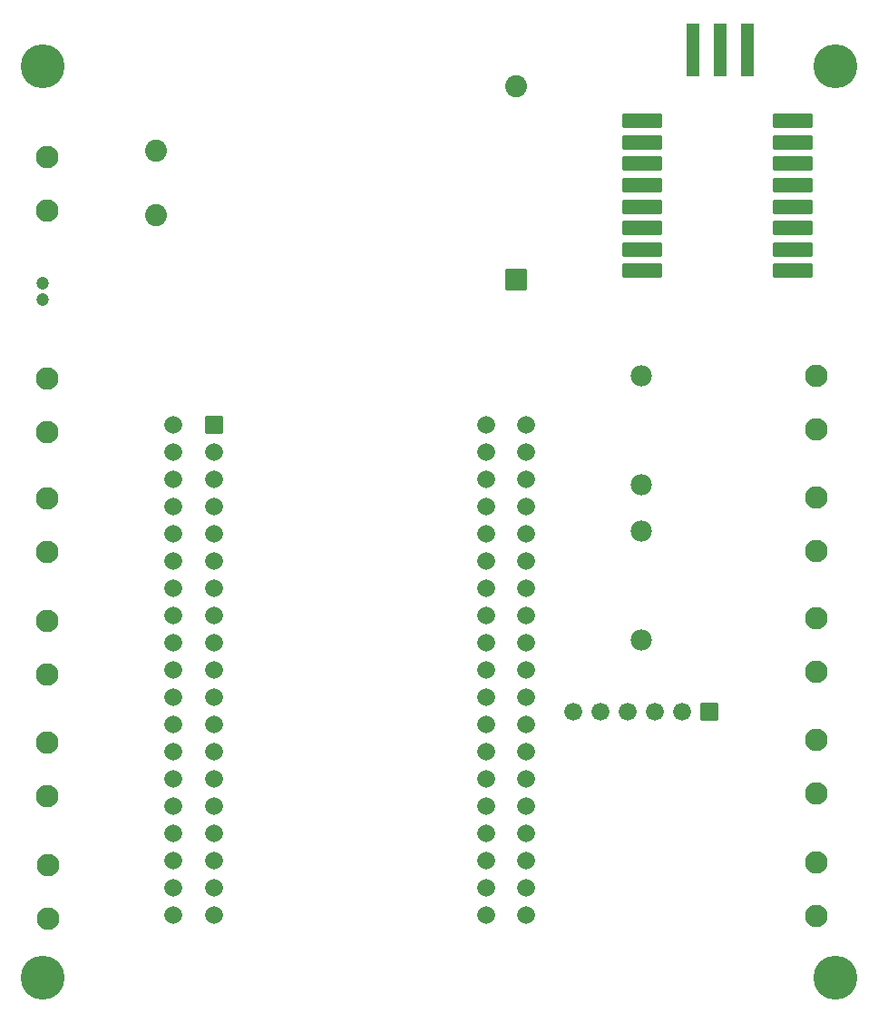
<source format=gts>
G04 Layer: TopSolderMaskLayer*
G04 EasyEDA v6.5.42, 2024-04-02 15:40:29*
G04 8b502a5043014c5c8b579c1251e0877e,acb5ada5342d49438264df6f97d5643c,10*
G04 Gerber Generator version 0.2*
G04 Scale: 100 percent, Rotated: No, Reflected: No *
G04 Dimensions in millimeters *
G04 leading zeros omitted , absolute positions ,4 integer and 5 decimal *
%FSLAX45Y45*%
%MOMM*%

%AMMACRO1*1,1,$1,$2,$3*1,1,$1,$4,$5*1,1,$1,0-$2,0-$3*1,1,$1,0-$4,0-$5*20,1,$1,$2,$3,$4,$5,0*20,1,$1,$4,$5,0-$2,0-$3,0*20,1,$1,0-$2,0-$3,0-$4,0-$5,0*20,1,$1,0-$4,0-$5,$2,$3,0*4,1,4,$2,$3,$4,$5,0-$2,0-$3,0-$4,0-$5,$2,$3,0*%
%ADD10C,2.1016*%
%ADD11C,1.9812*%
%ADD12C,1.6764*%
%ADD13MACRO1,0.1016X0.7874X-0.7874X-0.7874X-0.7874*%
%ADD14MACRO1,0.2032X1.75X0.6X1.75X-0.6*%
%ADD15C,2.0500*%
%ADD16MACRO1,0.3X-0.875X0.875X0.875X0.875*%
%ADD17C,1.6617*%
%ADD18MACRO1,0.1016X-0.78X0.78X0.78X0.78*%
%ADD19C,1.2032*%
%ADD20R,1.3016X4.9016*%
%ADD21C,4.1016*%
%ADD22C,1.6616*%

%LPD*%
D10*
G01*
X1536700Y694944D03*
G01*
X1536700Y194055D03*
D11*
G01*
X7085507Y3097301D03*
G01*
X7085507Y4113301D03*
G01*
X7085507Y1649501D03*
G01*
X7085507Y2665501D03*
D10*
G01*
X8723807Y1348257D03*
G01*
X8723807Y1849145D03*
G01*
X8723807Y217957D03*
G01*
X8723807Y718845D03*
G01*
X8723807Y-925042D03*
G01*
X8723807Y-424154D03*
G01*
X8723807Y3608857D03*
G01*
X8723807Y4109745D03*
D12*
G01*
X6450507Y976401D03*
G01*
X6704507Y976401D03*
G01*
X6958507Y976401D03*
G01*
X7212507Y976401D03*
G01*
X7466507Y976401D03*
D13*
G01*
X7720507Y976414D03*
D14*
G01*
X7097800Y6491198D03*
G01*
X7097800Y6291198D03*
G01*
X7097800Y6091199D03*
G01*
X7097800Y5891199D03*
G01*
X7097800Y5691200D03*
G01*
X7097800Y5491200D03*
G01*
X7097800Y5291201D03*
G01*
X7097800Y5091201D03*
G01*
X8497797Y5091201D03*
G01*
X8497797Y5291201D03*
G01*
X8497797Y5491200D03*
G01*
X8497797Y5691200D03*
G01*
X8497797Y5891199D03*
G01*
X8497797Y6091199D03*
G01*
X8497797Y6291198D03*
G01*
X8497797Y6491198D03*
D15*
G01*
X2556789Y5612511D03*
G01*
X2556789Y6212509D03*
G01*
X5916802Y6812508D03*
D16*
G01*
X5916803Y5012486D03*
D10*
G01*
X1536700Y6155944D03*
G01*
X1536700Y5655055D03*
D17*
G01*
X5638114Y-915898D03*
G01*
X5638114Y-661898D03*
G01*
X5638114Y-407898D03*
G01*
X5638114Y-153898D03*
G01*
X5638114Y100101D03*
G01*
X5638114Y354101D03*
G01*
X5638114Y608101D03*
G01*
X5638114Y862101D03*
G01*
X5638114Y1116101D03*
G01*
X5638114Y1370101D03*
G01*
X5638114Y1624101D03*
G01*
X5638114Y1878101D03*
G01*
X5638114Y2132101D03*
G01*
X5638114Y2386101D03*
G01*
X5638114Y2640101D03*
G01*
X5638114Y2894101D03*
G01*
X5638114Y3148101D03*
G01*
X5638114Y3402101D03*
G01*
X5638114Y3656101D03*
G01*
X3098114Y-661898D03*
G01*
X3098114Y-407898D03*
G01*
X3098114Y-153898D03*
G01*
X3098114Y100101D03*
G01*
X3098114Y354101D03*
G01*
X3098114Y608101D03*
G01*
X3098114Y862101D03*
G01*
X3098114Y1116101D03*
G01*
X3098114Y1370101D03*
G01*
X3098114Y1624101D03*
G01*
X3098114Y1878101D03*
G01*
X3098114Y2132101D03*
G01*
X3098114Y2386101D03*
G01*
X3098114Y2640101D03*
G01*
X3098114Y2894101D03*
G01*
X3098114Y3148101D03*
G01*
X3098114Y-915898D03*
G01*
X3098114Y3402101D03*
D18*
G01*
X3098114Y3656114D03*
D19*
G01*
X1498600Y4827143D03*
G01*
X1498600Y4977256D03*
D10*
G01*
X1549400Y-448055D03*
G01*
X1549400Y-948944D03*
G01*
X1536700Y2968244D03*
G01*
X1536700Y2467355D03*
G01*
X1536700Y1825244D03*
G01*
X1536700Y1324355D03*
D20*
G01*
X8078190Y7150100D03*
G01*
X7568184Y7150100D03*
G01*
X7823200Y7150100D03*
D10*
G01*
X8723807Y2478557D03*
G01*
X8723807Y2979445D03*
G01*
X1536700Y4085844D03*
G01*
X1536700Y3584955D03*
D21*
G01*
X1499996Y6999986D03*
G01*
X8899982Y6999986D03*
G01*
X1499996Y-1499996D03*
G01*
X8899982Y-1499996D03*
D22*
G01*
X6006287Y3656101D03*
G01*
X6006287Y2132101D03*
G01*
X6006287Y2386101D03*
G01*
X6006287Y2640101D03*
G01*
X6006287Y2894101D03*
G01*
X6006287Y3148101D03*
G01*
X6006287Y3402101D03*
G01*
X6006287Y608101D03*
G01*
X6006287Y862101D03*
G01*
X6006287Y1116101D03*
G01*
X6006287Y1370101D03*
G01*
X6006287Y1624101D03*
G01*
X6006287Y1878101D03*
G01*
X6006287Y354101D03*
G01*
X6006287Y100101D03*
G01*
X6006287Y-153898D03*
G01*
X6006287Y-407898D03*
G01*
X6006287Y-661898D03*
G01*
X6006287Y-915898D03*
G01*
X2716987Y-915898D03*
G01*
X2716987Y-661898D03*
G01*
X2716987Y-407898D03*
G01*
X2716987Y-153898D03*
G01*
X2716987Y100101D03*
G01*
X2716987Y354101D03*
G01*
X2716987Y608101D03*
G01*
X2716987Y862101D03*
G01*
X2716987Y1116101D03*
G01*
X2716987Y1370101D03*
G01*
X2716987Y1624101D03*
G01*
X2716987Y1878101D03*
G01*
X2716987Y2132101D03*
G01*
X2716987Y2386101D03*
G01*
X2716987Y2640101D03*
G01*
X2716987Y2894101D03*
G01*
X2716987Y3148101D03*
G01*
X2716987Y3402101D03*
G01*
X2716987Y3656101D03*
M02*

</source>
